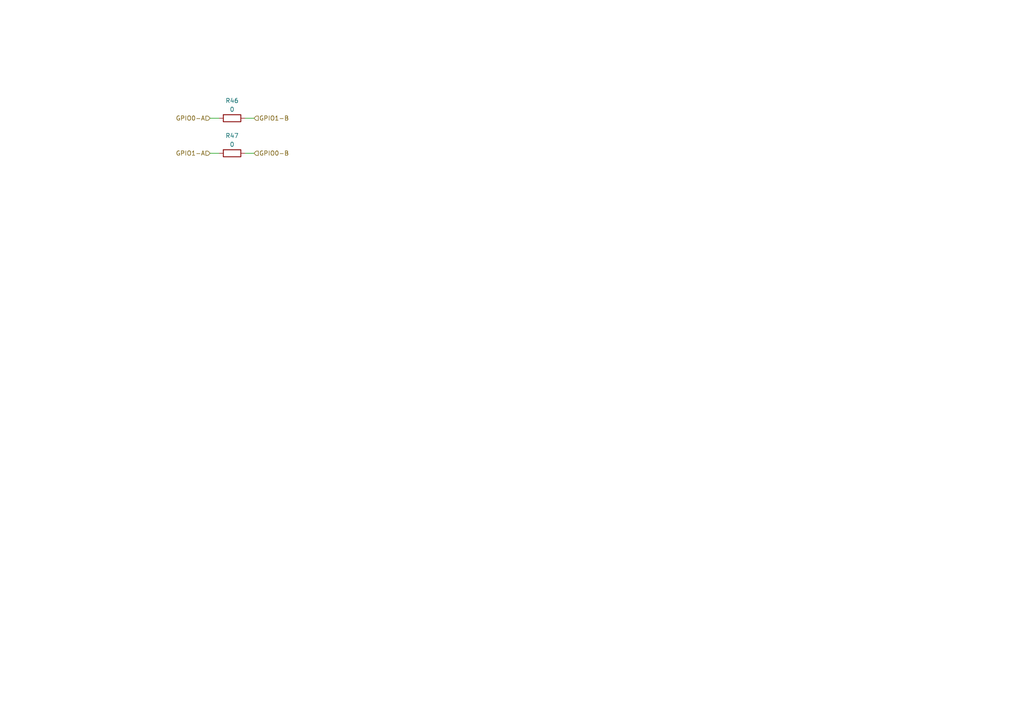
<source format=kicad_sch>
(kicad_sch (version 20230121) (generator eeschema)
  (paper "A4")
  (lib_symbols
    (symbol "Device:R" (pin_numbers hide) (pin_names (offset 0))
      (property "Reference" "R" (at 2.032 0 90))
      (property "Value" "R" (at 0 0 90))
      (symbol "R_0_1"
        (rectangle (start -1.016 -2.54) (end 1.016 2.54) (stroke (width 0.254)))
      )
      (symbol "R_1_1"
        (pin passive line (at 0 3.81 270) (length 1.27) (name "~") (number "1"))
        (pin passive line (at 0 -3.81 90) (length 1.27) (name "~") (number "2"))
      )
    )
  )
  (wire (pts (xy 71.12 44.45) (xy 73.66 44.45)))
  (wire (pts (xy 71.12 34.29) (xy 73.66 34.29)))
  (wire (pts (xy 60.96 34.29) (xy 63.5 34.29)))
  (wire (pts (xy 60.96 44.45) (xy 63.5 44.45)))
  (hierarchical_label "GPIO0-A" (shape input) (at 60.96 34.29 180))
  (hierarchical_label "GPIO1-A" (shape input) (at 60.96 44.45 180))
  (hierarchical_label "GPIO1-B" (shape input) (at 73.66 34.29 0))
  (hierarchical_label "GPIO0-B" (shape input) (at 73.66 44.45 0))
  (symbol (lib_id "Device:R") (at 67.31 34.29 90) (unit 1)
    (property "Reference" "R46" (at 67.31 29.21 90))
    (property "Value" "0" (at 67.31 31.75 90))
    (property "Footprint" "Resistor_THT:R_Axial_DIN0207_L6.3mm_D2.5mm_P10.16mm_Horizontal" (effects hide))
  )
  (symbol (lib_id "Device:R") (at 67.31 44.45 90) (unit 1)
    (property "Reference" "R47" (at 67.31 39.37 90))
    (property "Value" "0" (at 67.31 41.91 90))
    (property "Footprint" "Resistor_THT:R_Axial_DIN0207_L6.3mm_D2.5mm_P10.16mm_Horizontal" (effects hide))
  )
)
</source>
